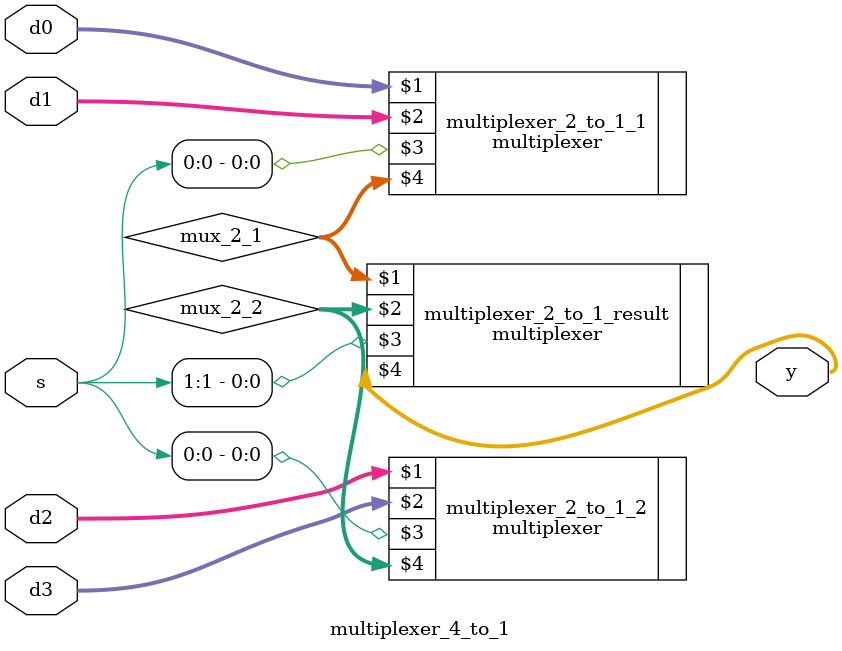
<source format=sv>
module multiplexer_4_to_1
	#(parameter n=8) 
	(input logic [n-1:0] d0, d1, d2, d3,
	input logic [1:0] s, 
	output logic [n-1:0] y);
	
	logic [n-1:0] mux_2_1;
	logic [n-1:0] mux_2_2;
	
	multiplexer #(n) multiplexer_2_to_1_1(d0, d1, s[0], mux_2_1);
	multiplexer #(n) multiplexer_2_to_1_2(d2, d3, s[0], mux_2_2);
	multiplexer #(n) multiplexer_2_to_1_result(mux_2_1, mux_2_2, s[1], y);

endmodule

</source>
